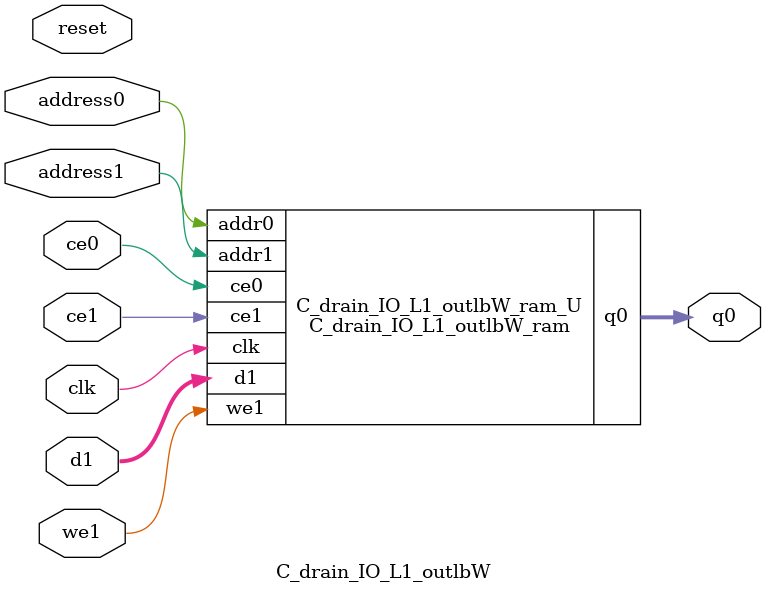
<source format=v>
`timescale 1 ns / 1 ps
module C_drain_IO_L1_outlbW_ram (addr0, ce0, q0, addr1, ce1, d1, we1,  clk);

parameter DWIDTH = 64;
parameter AWIDTH = 1;
parameter MEM_SIZE = 2;

input[AWIDTH-1:0] addr0;
input ce0;
output reg[DWIDTH-1:0] q0;
input[AWIDTH-1:0] addr1;
input ce1;
input[DWIDTH-1:0] d1;
input we1;
input clk;

(* ram_style = "distributed" *)reg [DWIDTH-1:0] ram[0:MEM_SIZE-1];




always @(posedge clk)  
begin 
    if (ce0) begin
        q0 <= ram[addr0];
    end
end


always @(posedge clk)  
begin 
    if (ce1) begin
        if (we1) 
            ram[addr1] <= d1; 
    end
end


endmodule

`timescale 1 ns / 1 ps
module C_drain_IO_L1_outlbW(
    reset,
    clk,
    address0,
    ce0,
    q0,
    address1,
    ce1,
    we1,
    d1);

parameter DataWidth = 32'd64;
parameter AddressRange = 32'd2;
parameter AddressWidth = 32'd1;
input reset;
input clk;
input[AddressWidth - 1:0] address0;
input ce0;
output[DataWidth - 1:0] q0;
input[AddressWidth - 1:0] address1;
input ce1;
input we1;
input[DataWidth - 1:0] d1;



C_drain_IO_L1_outlbW_ram C_drain_IO_L1_outlbW_ram_U(
    .clk( clk ),
    .addr0( address0 ),
    .ce0( ce0 ),
    .q0( q0 ),
    .addr1( address1 ),
    .ce1( ce1 ),
    .we1( we1 ),
    .d1( d1 ));

endmodule


</source>
